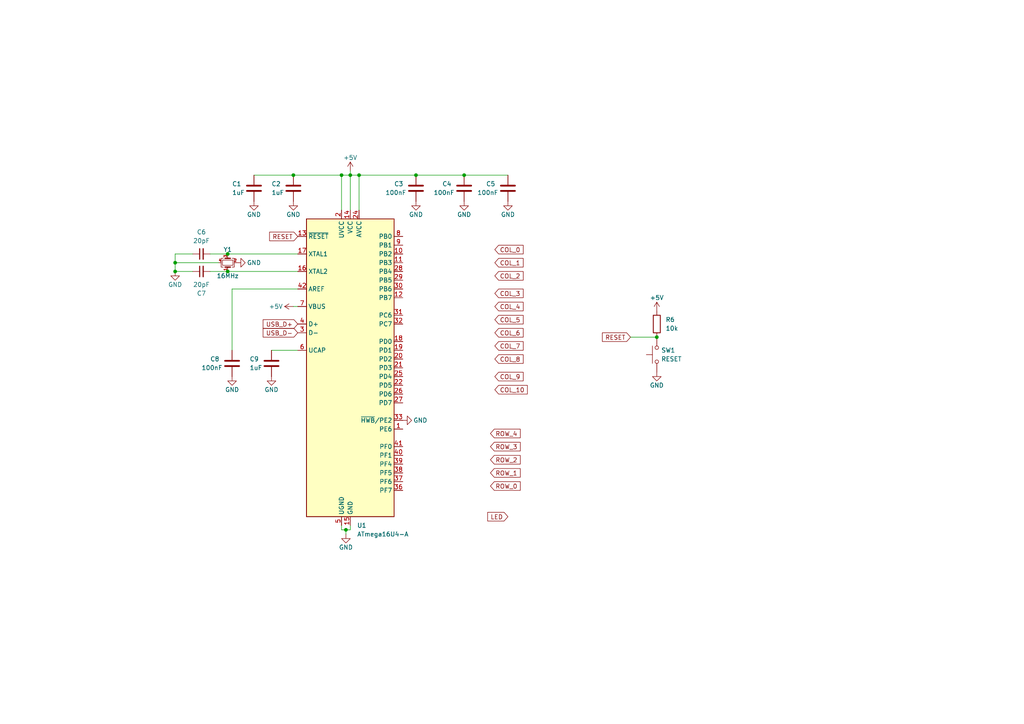
<source format=kicad_sch>
(kicad_sch (version 20230121) (generator eeschema)
  (paper "A4")
  (lib_symbols
    (symbol "Device:C" (pin_numbers hide) (pin_names (offset 0.254))
      (property "Reference" "C" (at 0.635 2.54 0))
      (property "Value" "C" (at 0.635 -2.54 0))
      (symbol "C_0_1"
        (polyline (pts (xy -2.032 -0.762) (xy 2.032 -0.762)) (stroke (width 0.508)))
        (polyline (pts (xy -2.032 0.762) (xy 2.032 0.762)) (stroke (width 0.508)))
      )
      (symbol "C_1_1"
        (pin passive line (at 0 3.81 270) (length 2.794) (name "~") (number "1"))
        (pin passive line (at 0 -3.81 90) (length 2.794) (name "~") (number "2"))
      )
    )
    (symbol "Device:C_Small" (pin_numbers hide) (pin_names (offset 0.254) hide)
      (property "Reference" "C" (at 0.254 1.778 0))
      (property "Value" "C_Small" (at 0.254 -2.032 0))
      (symbol "C_Small_0_1"
        (polyline (pts (xy -1.524 -0.508) (xy 1.524 -0.508)) (stroke (width 0.3302)))
        (polyline (pts (xy -1.524 0.508) (xy 1.524 0.508)) (stroke (width 0.3048)))
      )
      (symbol "C_Small_1_1"
        (pin passive line (at 0 2.54 270) (length 2.032) (name "~") (number "1"))
        (pin passive line (at 0 -2.54 90) (length 2.032) (name "~") (number "2"))
      )
    )
    (symbol "Device:Crystal_GND24_Small" (pin_names (offset 1.016) hide)
      (property "Reference" "Y" (at 1.27 4.445 0))
      (property "Value" "Crystal_GND24_Small" (at 1.27 2.54 0))
      (symbol "Crystal_GND24_Small_0_1"
        (rectangle (start -0.762 -1.524) (end 0.762 1.524))
        (polyline (pts (xy -1.27 -0.762) (xy -1.27 0.762)) (stroke (width 0.381)))
        (polyline (pts (xy 1.27 -0.762) (xy 1.27 0.762)) (stroke (width 0.381)))
        (polyline (pts (xy -1.27 -1.27) (xy -1.27 -1.905) (xy 1.27 -1.905) (xy 1.27 -1.27)))
        (polyline (pts (xy -1.27 1.27) (xy -1.27 1.905) (xy 1.27 1.905) (xy 1.27 1.27)))
      )
      (symbol "Crystal_GND24_Small_1_1"
        (pin passive line (at -2.54 0 0) (length 1.27) (name "1") (number "1"))
        (pin passive line (at 0 -2.54 90) (length 0.635) (name "2") (number "2"))
        (pin passive line (at 2.54 0 180) (length 1.27) (name "3") (number "3"))
        (pin passive line (at 0 2.54 270) (length 0.635) (name "4") (number "4"))
      )
    )
    (symbol "Device:R" (pin_numbers hide) (pin_names (offset 0))
      (property "Reference" "R" (at 2.032 0 90))
      (property "Value" "R" (at 0 0 90))
      (symbol "R_0_1"
        (rectangle (start -1.016 -2.54) (end 1.016 2.54) (stroke (width 0.254)))
      )
      (symbol "R_1_1"
        (pin passive line (at 0 3.81 270) (length 1.27) (name "~") (number "1"))
        (pin passive line (at 0 -3.81 90) (length 1.27) (name "~") (number "2"))
      )
    )
    (symbol "MCU_Microchip_ATmega:ATmega16U4-A"
      (property "Reference" "U" (at -12.7 44.45 0))
      (property "Value" "ATmega16U4-A" (at 2.54 -44.45 0))
      (symbol "ATmega16U4-A_0_1"
        (rectangle (start -12.7 -43.18) (end 12.7 43.18) (stroke (width 0.254)) (fill (type background)))
      )
      (symbol "ATmega16U4-A_1_1"
        (pin bidirectional line (at 15.24 -17.78 180) (length 2.54) (name "PE6") (number "1"))
        (pin bidirectional line (at 15.24 33.02 180) (length 2.54) (name "PB2") (number "10"))
        (pin bidirectional line (at 15.24 30.48 180) (length 2.54) (name "PB3") (number "11"))
        (pin bidirectional line (at 15.24 20.32 180) (length 2.54) (name "PB7") (number "12"))
        (pin input line (at -15.24 38.1 0) (length 2.54) (name "~{RESET}") (number "13"))
        (pin power_in line (at 0 45.72 270) (length 2.54) (name "VCC") (number "14"))
        (pin power_in line (at 0 -45.72 90) (length 2.54) (name "GND") (number "15"))
        (pin output line (at -15.24 27.94 0) (length 2.54) (name "XTAL2") (number "16"))
        (pin input line (at -15.24 33.02 0) (length 2.54) (name "XTAL1") (number "17"))
        (pin bidirectional line (at 15.24 7.62 180) (length 2.54) (name "PD0") (number "18"))
        (pin bidirectional line (at 15.24 5.08 180) (length 2.54) (name "PD1") (number "19"))
        (pin power_in line (at -2.54 45.72 270) (length 2.54) (name "UVCC") (number "2"))
        (pin bidirectional line (at 15.24 2.54 180) (length 2.54) (name "PD2") (number "20"))
        (pin bidirectional line (at 15.24 0 180) (length 2.54) (name "PD3") (number "21"))
        (pin bidirectional line (at 15.24 -5.08 180) (length 2.54) (name "PD5") (number "22"))
        (pin passive line (at 0 -45.72 90) (length 2.54) hide (name "GND") (number "23"))
        (pin power_in line (at 2.54 45.72 270) (length 2.54) (name "AVCC") (number "24"))
        (pin bidirectional line (at 15.24 -2.54 180) (length 2.54) (name "PD4") (number "25"))
        (pin bidirectional line (at 15.24 -7.62 180) (length 2.54) (name "PD6") (number "26"))
        (pin bidirectional line (at 15.24 -10.16 180) (length 2.54) (name "PD7") (number "27"))
        (pin bidirectional line (at 15.24 27.94 180) (length 2.54) (name "PB4") (number "28"))
        (pin bidirectional line (at 15.24 25.4 180) (length 2.54) (name "PB5") (number "29"))
        (pin bidirectional line (at -15.24 10.16 0) (length 2.54) (name "D-") (number "3"))
        (pin bidirectional line (at 15.24 22.86 180) (length 2.54) (name "PB6") (number "30"))
        (pin bidirectional line (at 15.24 15.24 180) (length 2.54) (name "PC6") (number "31"))
        (pin bidirectional line (at 15.24 12.7 180) (length 2.54) (name "PC7") (number "32"))
        (pin bidirectional line (at 15.24 -15.24 180) (length 2.54) (name "~{HWB}/PE2") (number "33"))
        (pin passive line (at 0 45.72 270) (length 2.54) hide (name "VCC") (number "34"))
        (pin passive line (at 0 -45.72 90) (length 2.54) hide (name "GND") (number "35"))
        (pin bidirectional line (at 15.24 -35.56 180) (length 2.54) (name "PF7") (number "36"))
        (pin bidirectional line (at 15.24 -33.02 180) (length 2.54) (name "PF6") (number "37"))
        (pin bidirectional line (at 15.24 -30.48 180) (length 2.54) (name "PF5") (number "38"))
        (pin bidirectional line (at 15.24 -27.94 180) (length 2.54) (name "PF4") (number "39"))
        (pin bidirectional line (at -15.24 12.7 0) (length 2.54) (name "D+") (number "4"))
        (pin bidirectional line (at 15.24 -25.4 180) (length 2.54) (name "PF1") (number "40"))
        (pin bidirectional line (at 15.24 -22.86 180) (length 2.54) (name "PF0") (number "41"))
        (pin passive line (at -15.24 22.86 0) (length 2.54) (name "AREF") (number "42"))
        (pin passive line (at 0 -45.72 90) (length 2.54) hide (name "GND") (number "43"))
        (pin passive line (at 2.54 45.72 270) (length 2.54) hide (name "AVCC") (number "44"))
        (pin passive line (at -2.54 -45.72 90) (length 2.54) (name "UGND") (number "5"))
        (pin passive line (at -15.24 5.08 0) (length 2.54) (name "UCAP") (number "6"))
        (pin input line (at -15.24 17.78 0) (length 2.54) (name "VBUS") (number "7"))
        (pin bidirectional line (at 15.24 38.1 180) (length 2.54) (name "PB0") (number "8"))
        (pin bidirectional line (at 15.24 35.56 180) (length 2.54) (name "PB1") (number "9"))
      )
    )
    (symbol "Switch:SW_Push" (pin_numbers hide) (pin_names (offset 1.016) hide)
      (property "Reference" "SW" (at 1.27 2.54 0))
      (property "Value" "SW_Push" (at 0 -1.524 0))
      (symbol "SW_Push_0_1"
        (circle (center -2.032 0) (radius 0.508))
        (polyline (pts (xy 0 1.27) (xy 0 3.048)))
        (polyline (pts (xy 2.54 1.27) (xy -2.54 1.27)))
        (circle (center 2.032 0) (radius 0.508))
        (pin passive line (at -5.08 0 0) (length 2.54) (name "1") (number "1"))
        (pin passive line (at 5.08 0 180) (length 2.54) (name "2") (number "2"))
      )
    )
    (symbol "power:+5V" (power) (pin_names (offset 0))
      (property "Value" "+5V" (at 0 3.556 0))
      (symbol "+5V_0_1"
        (polyline (pts (xy -0.762 1.27) (xy 0 2.54)))
        (polyline (pts (xy 0 0) (xy 0 2.54)))
        (polyline (pts (xy 0 2.54) (xy 0.762 1.27)))
      )
      (symbol "+5V_1_1"
        (pin power_in line (at 0 0 90) (length 0) hide (name "+5V") (number "1"))
      )
    )
    (symbol "power:GND" (power) (pin_names (offset 0))
      (property "Value" "GND" (at 0 -3.81 0))
      (symbol "GND_0_1"
        (polyline (pts (xy 0 0) (xy 0 -1.27) (xy 1.27 -1.27) (xy 0 -2.54) (xy -1.27 -1.27) (xy 0 -1.27)))
      )
      (symbol "GND_1_1"
        (pin power_in line (at 0 0 270) (length 0) hide (name "GND") (number "1"))
      )
    )
  )
  (junction (at 85.09 50.8))
  (junction (at 66.04 73.66))
  (junction (at 134.62 50.8))
  (junction (at 50.8 78.74))
  (junction (at 50.8 76.2))
  (junction (at 120.65 50.8))
  (junction (at 101.6 50.8))
  (junction (at 100.33 153.67))
  (junction (at 99.06 50.8))
  (junction (at 104.14 50.8))
  (junction (at 66.04 78.74))
  (junction (at 190.5 97.79))
  (wire (pts (xy 50.8 76.2) (xy 63.5 76.2)))
  (wire (pts (xy 99.06 50.8) (xy 101.6 50.8)))
  (wire (pts (xy 85.09 88.9) (xy 86.36 88.9)))
  (wire (pts (xy 101.6 49.53) (xy 101.6 50.8)))
  (wire (pts (xy 100.33 154.94) (xy 100.33 153.67)))
  (wire (pts (xy 99.06 153.67) (xy 100.33 153.67)))
  (wire (pts (xy 120.65 50.8) (xy 134.62 50.8)))
  (wire (pts (xy 182.88 97.79) (xy 190.5 97.79)))
  (wire (pts (xy 67.31 83.82) (xy 67.31 101.6)))
  (wire (pts (xy 50.8 73.66) (xy 55.88 73.66)))
  (wire (pts (xy 99.06 50.8) (xy 99.06 60.96)))
  (wire (pts (xy 78.74 101.6) (xy 86.36 101.6)))
  (wire (pts (xy 50.8 73.66) (xy 50.8 76.2)))
  (wire (pts (xy 60.96 78.74) (xy 66.04 78.74)))
  (wire (pts (xy 134.62 50.8) (xy 147.32 50.8)))
  (wire (pts (xy 85.09 50.8) (xy 99.06 50.8)))
  (wire (pts (xy 66.04 73.66) (xy 86.36 73.66)))
  (wire (pts (xy 50.8 76.2) (xy 50.8 78.74)))
  (wire (pts (xy 104.14 50.8) (xy 120.65 50.8)))
  (wire (pts (xy 104.14 60.96) (xy 104.14 50.8)))
  (wire (pts (xy 73.66 50.8) (xy 85.09 50.8)))
  (wire (pts (xy 66.04 78.74) (xy 86.36 78.74)))
  (wire (pts (xy 99.06 152.4) (xy 99.06 153.67)))
  (wire (pts (xy 60.96 73.66) (xy 66.04 73.66)))
  (wire (pts (xy 101.6 60.96) (xy 101.6 50.8)))
  (wire (pts (xy 101.6 152.4) (xy 101.6 153.67)))
  (wire (pts (xy 86.36 83.82) (xy 67.31 83.82)))
  (wire (pts (xy 101.6 50.8) (xy 104.14 50.8)))
  (wire (pts (xy 50.8 78.74) (xy 55.88 78.74)))
  (wire (pts (xy 101.6 153.67) (xy 100.33 153.67)))
  (global_label "ROW_1" (shape input) (at 142.24 137.16 0) (property "Intersheetrefs" "${INTERSHEET_REFS}" (effects hide)))
  (global_label "COL_8" (shape input) (at 143.51 104.14 0) (property "Intersheetrefs" "${INTERSHEET_REFS}" (effects hide)))
  (global_label "LED" (shape input) (at 147.32 149.86 180) (property "Intersheetrefs" "${INTERSHEET_REFS}" (effects hide)))
  (global_label "COL_4" (shape input) (at 143.51 88.9 0) (property "Intersheetrefs" "${INTERSHEET_REFS}" (effects hide)))
  (global_label "ROW_0" (shape input) (at 142.24 140.97 0) (property "Intersheetrefs" "${INTERSHEET_REFS}" (effects hide)))
  (global_label "COL_9" (shape input) (at 143.51 109.22 0) (property "Intersheetrefs" "${INTERSHEET_REFS}" (effects hide)))
  (global_label "COL_5" (shape input) (at 143.51 92.71 0) (property "Intersheetrefs" "${INTERSHEET_REFS}" (effects hide)))
  (global_label "RESET" (shape input) (at 182.88 97.79 180) (property "Intersheetrefs" "${INTERSHEET_REFS}" (effects hide)))
  (global_label "COL_1" (shape input) (at 143.51 76.2 0) (property "Intersheetrefs" "${INTERSHEET_REFS}" (effects hide)))
  (global_label "ROW_4" (shape input) (at 142.24 125.73 0) (property "Intersheetrefs" "${INTERSHEET_REFS}" (effects hide)))
  (global_label "COL_3" (shape input) (at 143.51 85.09 0) (property "Intersheetrefs" "${INTERSHEET_REFS}" (effects hide)))
  (global_label "ROW_2" (shape input) (at 142.24 133.35 0) (property "Intersheetrefs" "${INTERSHEET_REFS}" (effects hide)))
  (global_label "USB_D+" (shape input) (at 86.36 93.98 180) (property "Intersheetrefs" "${INTERSHEET_REFS}" (effects hide)))
  (global_label "USB_D-" (shape input) (at 86.36 96.52 180) (property "Intersheetrefs" "${INTERSHEET_REFS}" (effects hide)))
  (global_label "RESET" (shape input) (at 86.36 68.58 180) (property "Intersheetrefs" "${INTERSHEET_REFS}" (effects hide)))
  (global_label "ROW_3" (shape input) (at 142.24 129.54 0) (property "Intersheetrefs" "${INTERSHEET_REFS}" (effects hide)))
  (global_label "COL_6" (shape input) (at 143.51 96.52 0) (property "Intersheetrefs" "${INTERSHEET_REFS}" (effects hide)))
  (global_label "COL_7" (shape input) (at 143.51 100.33 0) (property "Intersheetrefs" "${INTERSHEET_REFS}" (effects hide)))
  (global_label "COL_0" (shape input) (at 143.51 72.39 0) (property "Intersheetrefs" "${INTERSHEET_REFS}" (effects hide)))
  (global_label "COL_10" (shape input) (at 143.51 113.03 0) (property "Intersheetrefs" "${INTERSHEET_REFS}" (effects hide)))
  (global_label "COL_2" (shape input) (at 143.51 80.01 0) (property "Intersheetrefs" "${INTERSHEET_REFS}" (effects hide)))
  (symbol (lib_id "Device:Crystal_GND24_Small") (at 66.04 76.2 90) (unit 1)
    (property "Reference" "Y1" (at 66.04 72.39 90))
    (property "Value" "16MHz" (at 66.04 80.01 90))
    (property "Footprint" "Crystal:Crystal_SMD_3225-4Pin_3.2x2.5mm" (effects hide))
  )
  (symbol (lib_id "Device:C") (at 85.09 54.61 0) (unit 1)
    (property "Reference" "C2" (at 78.74 53.34 0) (effects (justify left)))
    (property "Value" "1uF" (at 78.74 55.88 0) (effects (justify left)))
    (property "Footprint" "Resistor_SMD:R_0402_1005Metric" (effects hide))
  )
  (symbol (lib_id "power:GND") (at 85.09 58.42 0) (unit 1)
    (property "Reference" "#PWR09" (effects hide))
    (property "Value" "GND" (at 85.09 62.23 0))
  )
  (symbol (lib_id "Device:C") (at 67.31 105.41 0) (unit 1)
    (property "Reference" "C8" (at 60.96 104.14 0) (effects (justify left)))
    (property "Value" "100nF" (at 58.42 106.68 0) (effects (justify left)))
    (property "Footprint" "Resistor_SMD:R_0402_1005Metric" (effects hide))
  )
  (symbol (lib_id "Switch:SW_Push") (at 190.5 102.87 90) (unit 1)
    (property "Reference" "SW1" (at 191.77 101.6 90) (effects (justify right)))
    (property "Value" "RESET" (at 191.77 104.14 90) (effects (justify right)))
    (property "Footprint" "Button_Switch_SMD:SW_SPST_B3U-1000P" (effects hide))
  )
  (symbol (lib_id "power:GND") (at 190.5 107.95 0) (unit 1)
    (property "Reference" "#PWR017" (effects hide))
    (property "Value" "GND" (at 190.5 111.76 0))
  )
  (symbol (lib_id "Device:C") (at 147.32 54.61 0) (unit 1)
    (property "Reference" "C5" (at 140.97 53.34 0) (effects (justify left)))
    (property "Value" "100nF" (at 138.43 55.88 0) (effects (justify left)))
    (property "Footprint" "Resistor_SMD:R_0402_1005Metric" (effects hide))
  )
  (symbol (lib_id "Device:C_Small") (at 58.42 73.66 90) (unit 1)
    (property "Reference" "C6" (at 58.4263 67.31 90))
    (property "Value" "20pF" (at 58.4263 69.85 90))
    (property "Footprint" "Resistor_SMD:R_0402_1005Metric" (effects hide))
  )
  (symbol (lib_id "power:GND") (at 147.32 58.42 0) (unit 1)
    (property "Reference" "#PWR012" (effects hide))
    (property "Value" "GND" (at 147.32 62.23 0))
  )
  (symbol (lib_id "Device:C") (at 78.74 105.41 0) (unit 1)
    (property "Reference" "C9" (at 72.39 104.14 0) (effects (justify left)))
    (property "Value" "1uF" (at 72.39 106.68 0) (effects (justify left)))
    (property "Footprint" "Resistor_SMD:R_0402_1005Metric" (effects hide))
  )
  (symbol (lib_id "Device:C") (at 120.65 54.61 0) (unit 1)
    (property "Reference" "C3" (at 114.3 53.34 0) (effects (justify left)))
    (property "Value" "100nF" (at 111.76 55.88 0) (effects (justify left)))
    (property "Footprint" "Resistor_SMD:R_0402_1005Metric" (effects hide))
  )
  (symbol (lib_id "power:GND") (at 50.8 78.74 0) (unit 1)
    (property "Reference" "#PWR014" (effects hide))
    (property "Value" "GND" (at 50.8 82.55 0))
  )
  (symbol (lib_id "power:+5V") (at 85.09 88.9 90) (unit 1)
    (property "Reference" "#PWR015" (effects hide))
    (property "Value" "+5V" (at 80.01 88.9 90))
  )
  (symbol (lib_id "power:GND") (at 134.62 58.42 0) (unit 1)
    (property "Reference" "#PWR011" (effects hide))
    (property "Value" "GND" (at 134.62 62.23 0))
  )
  (symbol (lib_id "power:GND") (at 116.84 121.92 90) (unit 1)
    (property "Reference" "#PWR020" (effects hide))
    (property "Value" "GND" (at 121.92 121.92 90))
  )
  (symbol (lib_id "MCU_Microchip_ATmega:ATmega16U4-A") (at 101.6 106.68 0) (unit 1)
    (property "Reference" "U1" (at 103.5559 152.4 0) (effects (justify left)))
    (property "Value" "ATmega16U4-A" (at 103.5559 154.94 0) (effects (justify left)))
    (property "Footprint" "Package_QFP:TQFP-44_10x10mm_P0.8mm" (effects hide))
    (property "Datasheet" "http://ww1.microchip.com/downloads/en/DeviceDoc/Atmel-7766-8-bit-AVR-ATmega16U4-32U4_Datasheet.pdf" (effects hide))
  )
  (symbol (lib_id "power:GND") (at 120.65 58.42 0) (unit 1)
    (property "Reference" "#PWR010" (effects hide))
    (property "Value" "GND" (at 120.65 62.23 0))
  )
  (symbol (lib_id "power:GND") (at 100.33 154.94 0) (unit 1)
    (property "Reference" "#PWR021" (effects hide))
    (property "Value" "GND" (at 100.33 158.75 0))
  )
  (symbol (lib_id "power:GND") (at 67.31 109.22 0) (unit 1)
    (property "Reference" "#PWR018" (effects hide))
    (property "Value" "GND" (at 67.31 113.03 0))
  )
  (symbol (lib_id "power:GND") (at 73.66 58.42 0) (unit 1)
    (property "Reference" "#PWR08" (effects hide))
    (property "Value" "GND" (at 73.66 62.23 0))
  )
  (symbol (lib_id "Device:C") (at 134.62 54.61 0) (unit 1)
    (property "Reference" "C4" (at 128.27 53.34 0) (effects (justify left)))
    (property "Value" "100nF" (at 125.73 55.88 0) (effects (justify left)))
    (property "Footprint" "Resistor_SMD:R_0402_1005Metric" (effects hide))
  )
  (symbol (lib_id "power:GND") (at 78.74 109.22 0) (unit 1)
    (property "Reference" "#PWR019" (effects hide))
    (property "Value" "GND" (at 78.74 113.03 0))
  )
  (symbol (lib_id "Device:C_Small") (at 58.42 78.74 90) (mirror x) (unit 1)
    (property "Reference" "C7" (at 58.4263 85.09 90))
    (property "Value" "20pF" (at 58.4263 82.55 90))
    (property "Footprint" "Resistor_SMD:R_0402_1005Metric" (effects hide))
  )
  (symbol (lib_id "Device:R") (at 190.5 93.98 0) (unit 1)
    (property "Reference" "R6" (at 193.04 92.71 0) (effects (justify left)))
    (property "Value" "10k" (at 193.04 95.25 0) (effects (justify left)))
    (property "Footprint" "Resistor_SMD:R_0402_1005Metric" (effects hide))
  )
  (symbol (lib_id "power:+5V") (at 101.6 49.53 0) (unit 1)
    (property "Reference" "#PWR07" (effects hide))
    (property "Value" "+5V" (at 101.6 45.72 0))
  )
  (symbol (lib_id "power:+5V") (at 190.5 90.17 0) (unit 1)
    (property "Reference" "#PWR016" (effects hide))
    (property "Value" "+5V" (at 190.5 86.36 0))
  )
  (symbol (lib_id "power:GND") (at 68.58 76.2 90) (unit 1)
    (property "Reference" "#PWR013" (effects hide))
    (property "Value" "GND" (at 73.66 76.2 90))
  )
  (symbol (lib_id "Device:C") (at 73.66 54.61 0) (unit 1)
    (property "Reference" "C1" (at 67.31 53.34 0) (effects (justify left)))
    (property "Value" "1uF" (at 67.31 55.88 0) (effects (justify left)))
    (property "Footprint" "Resistor_SMD:R_0402_1005Metric" (effects hide))
  )
)
</source>
